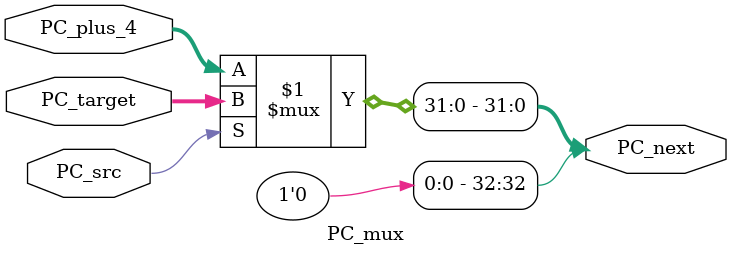
<source format=sv>
module PC_mux (
    input logic [31:0] PC_plus_4, PC_target, 
    input logic PC_src,
    output logic [32:0] PC_next
);

    assign PC_next = (PC_src) ? PC_target : PC_plus_4;



endmodule
</source>
